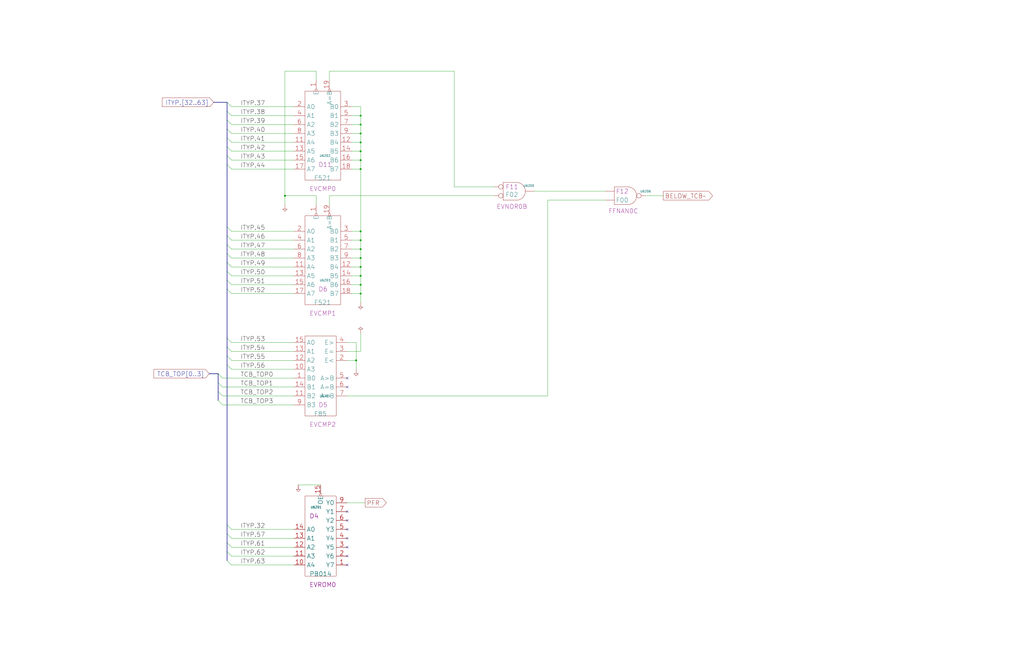
<source format=kicad_sch>
(kicad_sch (version 20230121) (generator eeschema)
  (paper "User" 584.2 378.46)
  (title_block (title "CONDITIONS AND EVENTS\\nBELOW TCB DETECTION") (date "22-SEP-90") (rev "2.0") (comment 1 "IOC") (comment 2 "232-003061") (comment 3 "S400") (comment 4 "RELEASED"))
  (lib_symbols
    (symbol "r1000:F00" (pin_numbers hide) (pin_names hide)
      (property "Reference" "U" (at 15.24 0 0))
      (property "Value" "F00" (at 1.905 -5.08 0))
      (property "Location" "___" (at 1.905 0 0))
      (property "Name" "______" (at 2.54 -12.7 0))
      (symbol "F00_0_1"
        (polyline (pts (xy -2.54 -7.62) (xy 5.08 -7.62)) (stroke (width 0.1524)))
        (polyline (pts (xy -2.54 2.54) (xy -2.54 -7.62)) (stroke (width 0.1524)))
        (polyline (pts (xy -2.54 2.54) (xy 5.08 2.54)) (stroke (width 0.1524)))
        (arc (start 5.08 -7.62) (mid 10.1282 -2.54) (end 5.08 2.54) (stroke (width 0.1524)))
        (circle (center 11.43 -2.54) (radius 1.27) (stroke (width 0.1524)))
      )
      (symbol "F00_0_2"
        (circle (center -3.81 -5.08) (radius 1.27) (stroke (width 0.1524)))
        (circle (center -3.81 0) (radius 1.27) (stroke (width 0.1524)))
        (arc (start -3.175 -7.62) (mid -2.134 -2.54) (end -3.175 2.54) (stroke (width 0.1524)))
        (polyline (pts (xy -3.175 -7.62) (xy 3.81 -7.62)) (stroke (width 0.1524)))
        (polyline (pts (xy -3.175 2.54) (xy 3.81 2.54)) (stroke (width 0.1524)))
        (arc (start 3.81 -7.62) (mid 7.5855 -5.8306) (end 10.16 -2.54) (stroke (width 0.1524)))
        (arc (start 10.16 -2.54) (mid 7.5827 0.7471) (end 3.81 2.54) (stroke (width 0.1524)))
      )
      (symbol "F00_1_1"
        (pin input line (at -7.62 0 0) (length 5.08) (name "D0") (number "1"))
        (pin input line (at -7.62 -5.08 0) (length 5.08) (name "D1") (number "2"))
        (pin output line (at 15.24 -2.54 180) (length 2.54) (name "Q") (number "3"))
      )
      (symbol "F00_1_2"
        (pin input line (at -7.62 0 0) (length 2.54) (name "D0") (number "1"))
        (pin input line (at -7.62 -5.08 0) (length 2.54) (name "D1") (number "2"))
        (pin output line (at 15.24 -2.54 180) (length 5.08) (name "Q") (number "3"))
      )
    )
    (symbol "r1000:F02" (pin_numbers hide) (pin_names hide)
      (property "Reference" "U" (at 12.16 0.635 0))
      (property "Value" "F02" (at -1.27 -4.445 0))
      (property "Location" "___" (at 2.54 0 0))
      (property "Name" "______" (at 2.54 -12.7 0))
      (symbol "F02_0_1"
        (arc (start -3.81 -7.62) (mid -2.9847 -2.54) (end -3.81 2.54) (stroke (width 0.1524)))
        (polyline (pts (xy -5.08 -5.08) (xy -3.175 -5.08)) (stroke (width 0.1524)))
        (polyline (pts (xy -5.08 0) (xy -3.175 0)) (stroke (width 0.1524)))
        (polyline (pts (xy -3.81 -7.62) (xy 2.54 -7.62)) (stroke (width 0.1524)))
        (polyline (pts (xy -3.81 2.54) (xy 2.54 2.54)) (stroke (width 0.1524)))
        (polyline (pts (xy 13.97 -2.54) (xy 12.7 -2.54)) (stroke (width 0.1524)))
        (arc (start 2.54 -7.62) (mid 6.9515 -5.9823) (end 10.16 -2.54) (stroke (width 0.1524)))
        (arc (start 10.16 -2.54) (mid 6.9478 0.8966) (end 2.54 2.54) (stroke (width 0.1524)))
        (circle (center 11.43 -2.54) (radius 1.27) (stroke (width 0.1524)))
      )
      (symbol "F02_0_2"
        (circle (center -3.81 -5.08) (radius 1.27) (stroke (width 0.1524)))
        (circle (center -3.81 0) (radius 1.27) (stroke (width 0.1524)))
        (polyline (pts (xy -2.54 -7.62) (xy 5.08 -7.62)) (stroke (width 0.1524)))
        (polyline (pts (xy -2.54 2.54) (xy -2.54 -7.62)) (stroke (width 0.1524)))
        (polyline (pts (xy -2.54 2.54) (xy 5.08 2.54)) (stroke (width 0.1524)))
        (polyline (pts (xy 11.43 -2.54) (xy 10.16 -2.54)) (stroke (width 0.1524)))
        (polyline (pts (xy 11.43 -2.54) (xy 12.7 -2.54)) (stroke (width 0.1524)))
        (arc (start 5.08 -7.62) (mid 10.1282 -2.54) (end 5.08 2.54) (stroke (width 0.1524)))
      )
      (symbol "F02_1_1"
        (pin input line (at -7.62 0 0) (length 2.54) (name "D0") (number "1"))
        (pin input line (at -7.62 -5.08 0) (length 2.54) (name "D1") (number "2"))
        (pin output line (at 15.24 -2.54 180) (length 1.27) (name "Q") (number "3"))
      )
      (symbol "F02_1_2"
        (pin input line (at -7.62 0 0) (length 2.54) (name "D0") (number "1"))
        (pin input line (at -7.62 -5.08 0) (length 2.54) (name "D1") (number "2"))
        (pin output line (at 15.24 -2.54 180) (length 2.54) (name "Q") (number "3"))
      )
    )
    (symbol "r1000:F521" (pin_names (offset 1.016))
      (property "Reference" "U" (at 2.54 5.08 0))
      (property "Value" "F521" (at -3.81 -7.62 0))
      (property "Location" "___" (at -1.27 0 0))
      (property "Name" "______" (at 1.27 -15.24 0))
      (symbol "F521_1_1"
        (rectangle (start -8.89 41.91) (end 11.43 -8.89))
        (circle (center -2.54 42.545) (radius 0.635))
        (circle (center 5.08 42.545) (radius 0.635))
        (pin input line (at -2.54 48.26 270) (length 5.08) (name "E") (number "1"))
        (pin input line (at -15.24 12.7 0) (length 6.35) (name "A4") (number "11"))
        (pin input line (at 17.78 12.7 180) (length 6.35) (name "B4") (number "12"))
        (pin input line (at -15.24 7.62 0) (length 6.35) (name "A5") (number "13"))
        (pin input line (at 17.78 7.62 180) (length 6.35) (name "B5") (number "14"))
        (pin input line (at -15.24 2.54 0) (length 6.35) (name "A6") (number "15"))
        (pin input line (at 17.78 2.54 180) (length 6.35) (name "B6") (number "16"))
        (pin input line (at -15.24 -2.54 0) (length 6.35) (name "A7") (number "17"))
        (pin input line (at 17.78 -2.54 180) (length 6.35) (name "B7") (number "18"))
        (pin output line (at 5.08 48.26 270) (length 5.08) (name "A=B") (number "19"))
        (pin input line (at -15.24 33.02 0) (length 6.35) (name "A0") (number "2"))
        (pin input line (at 17.78 33.02 180) (length 6.35) (name "B0") (number "3"))
        (pin input line (at -15.24 27.94 0) (length 6.35) (name "A1") (number "4"))
        (pin input line (at 17.78 27.94 180) (length 6.35) (name "B1") (number "5"))
        (pin input line (at -15.24 22.86 0) (length 6.35) (name "A2") (number "6"))
        (pin input line (at 17.78 22.86 180) (length 6.35) (name "B2") (number "7"))
        (pin input line (at -15.24 17.78 0) (length 6.35) (name "A3") (number "8"))
        (pin input line (at 17.78 17.78 180) (length 6.35) (name "B3") (number "9"))
      )
    )
    (symbol "r1000:F85" (pin_names (offset 1.016))
      (property "Reference" "U" (at 2.54 5.08 0))
      (property "Value" "F85" (at -3.81 -5.08 0))
      (property "Location" "___" (at -1.27 0 0))
      (property "Name" "______" (at 1.27 -12.7 0))
      (symbol "F85_1_1"
        (rectangle (start -8.89 39.37) (end 8.89 -6.35))
        (pin input line (at -15.24 15.24 0) (length 6.35) (name "B0") (number "1"))
        (pin input line (at -15.24 20.32 0) (length 6.35) (name "A3") (number "10"))
        (pin input line (at -15.24 5.08 0) (length 6.35) (name "B2") (number "11"))
        (pin input line (at -15.24 25.4 0) (length 6.35) (name "A2") (number "12"))
        (pin input line (at -15.24 30.48 0) (length 6.35) (name "A1") (number "13"))
        (pin input line (at -15.24 10.16 0) (length 6.35) (name "B1") (number "14"))
        (pin input line (at -15.24 35.56 0) (length 6.35) (name "A0") (number "15"))
        (pin input line (at 15.24 25.4 180) (length 6.35) (name "E<") (number "2"))
        (pin input line (at 15.24 30.48 180) (length 6.35) (name "E=") (number "3"))
        (pin input line (at 15.24 35.56 180) (length 6.35) (name "E>") (number "4"))
        (pin output line (at 15.24 15.24 180) (length 6.35) (name "A>B") (number "5"))
        (pin output line (at 15.24 10.16 180) (length 6.35) (name "A=B") (number "6"))
        (pin output line (at 15.24 5.08 180) (length 6.35) (name "A<B") (number "7"))
        (pin input line (at -15.24 0 0) (length 6.35) (name "B3") (number "9"))
      )
    )
    (symbol "r1000:PBxxx" (pin_names (offset 1.016))
      (property "Reference" "U" (at 2.54 5.08 0))
      (property "Value" "PBxxx" (at -1.27 -33.02 0))
      (property "Location" "___" (at -1.27 0 0))
      (property "Name" "______" (at 6.35 -40.64 0))
      (symbol "PBxxx_1_1"
        (rectangle (start -3.81 11.43) (end 13.97 -34.29))
        (circle (center 5.08 12.065) (radius 0.635))
        (pin tri_state line (at 20.32 -27.94 180) (length 6.35) (name "Y7") (number "1"))
        (pin input line (at -10.16 -27.94 0) (length 6.35) (name "A4") (number "10"))
        (pin input line (at -10.16 -22.86 0) (length 6.35) (name "A3") (number "11"))
        (pin input line (at -10.16 -17.78 0) (length 6.35) (name "A2") (number "12"))
        (pin input line (at -10.16 -12.7 0) (length 6.35) (name "A1") (number "13"))
        (pin input line (at -10.16 -7.62 0) (length 6.35) (name "A0") (number "14"))
        (pin input line (at 5.08 17.78 270) (length 5.08) (name "OE") (number "15"))
        (pin tri_state line (at 20.32 -22.86 180) (length 6.35) (name "Y6") (number "2"))
        (pin tri_state line (at 20.32 -17.78 180) (length 6.35) (name "Y5") (number "3"))
        (pin tri_state line (at 20.32 -12.7 180) (length 6.35) (name "Y4") (number "4"))
        (pin tri_state line (at 20.32 -7.62 180) (length 6.35) (name "Y3") (number "5"))
        (pin tri_state line (at 20.32 -2.54 180) (length 6.35) (name "Y2") (number "6"))
        (pin tri_state line (at 20.32 2.54 180) (length 6.35) (name "Y1") (number "7"))
        (pin tri_state line (at 20.32 7.62 180) (length 6.35) (name "Y0") (number "9"))
      )
    )
    (symbol "r1000:PD" (power) (pin_numbers hide) (pin_names hide) (in_bom no)
      (symbol "PD_0_1"
        (polyline (pts (xy 0 -2.54) (xy 1.27 -2.54) (xy 0 -3.81) (xy -1.27 -2.54) (xy 0 -2.54)) (stroke (width 0.1524)))
      )
      (symbol "PD_1_1"
        (pin power_in line (at 0 0 270) (length 2.54) (name "PD") (number "1"))
      )
    )
    (symbol "r1000:PU" (power) (pin_numbers hide) (pin_names hide)
      (symbol "PU_0_1"
        (polyline (pts (xy 0 2.54) (xy -1.27 2.54) (xy 0 3.81) (xy 1.27 2.54) (xy 0 2.54)) (stroke (width 0.1524)))
      )
      (symbol "PU_1_1"
        (pin power_in line (at 0 0 90) (length 2.54) (name "PU") (number "1"))
      )
    )
  )
  (junction (at 205.74 142.24))
  (junction (at 162.56 111.76))
  (junction (at 205.74 81.28))
  (junction (at 205.74 147.32))
  (junction (at 205.74 157.48))
  (junction (at 205.74 162.56))
  (junction (at 205.74 71.12))
  (junction (at 205.74 132.08))
  (junction (at 205.74 76.2))
  (junction (at 205.74 96.52))
  (junction (at 203.2 205.74))
  (junction (at 205.74 86.36))
  (junction (at 205.74 152.4))
  (junction (at 205.74 91.44))
  (junction (at 205.74 137.16))
  (junction (at 205.74 66.04))
  (junction (at 205.74 167.64))
  (no_connect (at 198.12 215.9))
  (no_connect (at 198.12 220.98))
  (no_connect (at 198.12 302.26))
  (no_connect (at 198.12 307.34))
  (no_connect (at 198.12 317.5))
  (no_connect (at 198.12 312.42))
  (no_connect (at 198.12 297.18))
  (no_connect (at 198.12 292.1))
  (no_connect (at 198.12 322.58))
  (bus_entry (at 129.54 144.78) (size 2.54 2.54))
  (bus_entry (at 129.54 309.88) (size 2.54 2.54))
  (bus_entry (at 129.54 78.74) (size 2.54 2.54))
  (bus_entry (at 129.54 73.66) (size 2.54 2.54))
  (bus_entry (at 124.46 228.6) (size 2.54 2.54))
  (bus_entry (at 129.54 193.04) (size 2.54 2.54))
  (bus_entry (at 129.54 160.02) (size 2.54 2.54))
  (bus_entry (at 129.54 320.04) (size 2.54 2.54))
  (bus_entry (at 129.54 63.5) (size 2.54 2.54))
  (bus_entry (at 129.54 149.86) (size 2.54 2.54))
  (bus_entry (at 129.54 93.98) (size 2.54 2.54))
  (bus_entry (at 129.54 203.2) (size 2.54 2.54))
  (bus_entry (at 129.54 314.96) (size 2.54 2.54))
  (bus_entry (at 129.54 139.7) (size 2.54 2.54))
  (bus_entry (at 124.46 223.52) (size 2.54 2.54))
  (bus_entry (at 124.46 213.36) (size 2.54 2.54))
  (bus_entry (at 129.54 208.28) (size 2.54 2.54))
  (bus_entry (at 129.54 129.54) (size 2.54 2.54))
  (bus_entry (at 129.54 198.12) (size 2.54 2.54))
  (bus_entry (at 129.54 134.62) (size 2.54 2.54))
  (bus_entry (at 129.54 58.42) (size 2.54 2.54))
  (bus_entry (at 129.54 83.82) (size 2.54 2.54))
  (bus_entry (at 129.54 299.72) (size 2.54 2.54))
  (bus_entry (at 129.54 165.1) (size 2.54 2.54))
  (bus_entry (at 129.54 304.8) (size 2.54 2.54))
  (bus_entry (at 129.54 154.94) (size 2.54 2.54))
  (bus_entry (at 124.46 218.44) (size 2.54 2.54))
  (bus_entry (at 129.54 68.58) (size 2.54 2.54))
  (bus_entry (at 129.54 88.9) (size 2.54 2.54))
  (wire (pts (xy 200.66 132.08) (xy 205.74 132.08)))
  (wire (pts (xy 132.08 317.5) (xy 167.64 317.5)))
  (wire (pts (xy 345.44 114.3) (xy 312.42 114.3)))
  (bus (pts (xy 129.54 144.78) (xy 129.54 149.86)))
  (wire (pts (xy 132.08 152.4) (xy 167.64 152.4)))
  (wire (pts (xy 205.74 200.66) (xy 205.74 190.5)))
  (bus (pts (xy 119.38 213.36) (xy 124.46 213.36)))
  (bus (pts (xy 129.54 149.86) (xy 129.54 154.94)))
  (wire (pts (xy 187.96 40.64) (xy 259.08 40.64)))
  (wire (pts (xy 259.08 40.64) (xy 259.08 106.68)))
  (wire (pts (xy 205.74 152.4) (xy 205.74 157.48)))
  (wire (pts (xy 205.74 76.2) (xy 205.74 81.28)))
  (wire (pts (xy 132.08 312.42) (xy 167.64 312.42)))
  (wire (pts (xy 200.66 137.16) (xy 205.74 137.16)))
  (wire (pts (xy 132.08 76.2) (xy 167.64 76.2)))
  (wire (pts (xy 304.8 109.22) (xy 345.44 109.22)))
  (bus (pts (xy 129.54 208.28) (xy 129.54 299.72)))
  (wire (pts (xy 205.74 162.56) (xy 205.74 167.64)))
  (wire (pts (xy 205.74 132.08) (xy 205.74 137.16)))
  (wire (pts (xy 132.08 66.04) (xy 167.64 66.04)))
  (wire (pts (xy 198.12 287.02) (xy 208.28 287.02)))
  (bus (pts (xy 121.92 58.42) (xy 129.54 58.42)))
  (wire (pts (xy 200.66 60.96) (xy 205.74 60.96)))
  (wire (pts (xy 132.08 81.28) (xy 167.64 81.28)))
  (wire (pts (xy 180.34 40.64) (xy 162.56 40.64)))
  (wire (pts (xy 127 231.14) (xy 167.64 231.14)))
  (wire (pts (xy 132.08 302.26) (xy 167.64 302.26)))
  (wire (pts (xy 132.08 195.58) (xy 167.64 195.58)))
  (wire (pts (xy 200.66 96.52) (xy 205.74 96.52)))
  (bus (pts (xy 129.54 160.02) (xy 129.54 165.1)))
  (wire (pts (xy 132.08 60.96) (xy 167.64 60.96)))
  (wire (pts (xy 132.08 162.56) (xy 167.64 162.56)))
  (wire (pts (xy 205.74 60.96) (xy 205.74 66.04)))
  (bus (pts (xy 129.54 139.7) (xy 129.54 144.78)))
  (wire (pts (xy 198.12 195.58) (xy 203.2 195.58)))
  (bus (pts (xy 129.54 309.88) (xy 129.54 314.96)))
  (wire (pts (xy 187.96 116.84) (xy 187.96 111.76)))
  (wire (pts (xy 200.66 76.2) (xy 205.74 76.2)))
  (bus (pts (xy 124.46 223.52) (xy 124.46 228.6)))
  (wire (pts (xy 132.08 200.66) (xy 167.64 200.66)))
  (wire (pts (xy 205.74 147.32) (xy 205.74 152.4)))
  (wire (pts (xy 200.66 157.48) (xy 205.74 157.48)))
  (bus (pts (xy 129.54 68.58) (xy 129.54 73.66)))
  (wire (pts (xy 187.96 111.76) (xy 281.94 111.76)))
  (wire (pts (xy 170.18 276.86) (xy 182.88 276.86)))
  (wire (pts (xy 205.74 142.24) (xy 205.74 147.32)))
  (wire (pts (xy 200.66 147.32) (xy 205.74 147.32)))
  (wire (pts (xy 132.08 167.64) (xy 167.64 167.64)))
  (wire (pts (xy 205.74 167.64) (xy 205.74 172.72)))
  (bus (pts (xy 124.46 213.36) (xy 124.46 218.44)))
  (wire (pts (xy 312.42 114.3) (xy 312.42 226.06)))
  (bus (pts (xy 129.54 193.04) (xy 129.54 198.12)))
  (wire (pts (xy 180.34 116.84) (xy 180.34 111.76)))
  (wire (pts (xy 162.56 111.76) (xy 162.56 116.84)))
  (wire (pts (xy 132.08 86.36) (xy 167.64 86.36)))
  (wire (pts (xy 200.66 86.36) (xy 205.74 86.36)))
  (wire (pts (xy 132.08 210.82) (xy 167.64 210.82)))
  (bus (pts (xy 129.54 134.62) (xy 129.54 139.7)))
  (bus (pts (xy 129.54 198.12) (xy 129.54 203.2)))
  (wire (pts (xy 205.74 96.52) (xy 205.74 132.08)))
  (wire (pts (xy 132.08 205.74) (xy 167.64 205.74)))
  (wire (pts (xy 127 226.06) (xy 167.64 226.06)))
  (bus (pts (xy 129.54 73.66) (xy 129.54 78.74)))
  (wire (pts (xy 205.74 137.16) (xy 205.74 142.24)))
  (wire (pts (xy 180.34 111.76) (xy 162.56 111.76)))
  (bus (pts (xy 129.54 165.1) (xy 129.54 193.04)))
  (wire (pts (xy 198.12 205.74) (xy 203.2 205.74)))
  (wire (pts (xy 200.66 81.28) (xy 205.74 81.28)))
  (bus (pts (xy 129.54 299.72) (xy 129.54 304.8)))
  (bus (pts (xy 129.54 154.94) (xy 129.54 160.02)))
  (bus (pts (xy 129.54 78.74) (xy 129.54 83.82)))
  (wire (pts (xy 132.08 322.58) (xy 167.64 322.58)))
  (wire (pts (xy 132.08 91.44) (xy 167.64 91.44)))
  (wire (pts (xy 200.66 71.12) (xy 205.74 71.12)))
  (wire (pts (xy 205.74 66.04) (xy 205.74 71.12)))
  (wire (pts (xy 198.12 200.66) (xy 205.74 200.66)))
  (wire (pts (xy 205.74 157.48) (xy 205.74 162.56)))
  (bus (pts (xy 129.54 63.5) (xy 129.54 68.58)))
  (wire (pts (xy 132.08 142.24) (xy 167.64 142.24)))
  (bus (pts (xy 124.46 218.44) (xy 124.46 223.52)))
  (wire (pts (xy 132.08 96.52) (xy 167.64 96.52)))
  (wire (pts (xy 205.74 91.44) (xy 205.74 96.52)))
  (bus (pts (xy 129.54 88.9) (xy 129.54 93.98)))
  (wire (pts (xy 180.34 45.72) (xy 180.34 40.64)))
  (wire (pts (xy 259.08 106.68) (xy 281.94 106.68)))
  (wire (pts (xy 200.66 91.44) (xy 205.74 91.44)))
  (wire (pts (xy 203.2 205.74) (xy 203.2 210.82)))
  (wire (pts (xy 200.66 152.4) (xy 205.74 152.4)))
  (wire (pts (xy 127 220.98) (xy 167.64 220.98)))
  (wire (pts (xy 132.08 71.12) (xy 167.64 71.12)))
  (wire (pts (xy 132.08 132.08) (xy 167.64 132.08)))
  (wire (pts (xy 205.74 81.28) (xy 205.74 86.36)))
  (wire (pts (xy 200.66 167.64) (xy 205.74 167.64)))
  (bus (pts (xy 129.54 93.98) (xy 129.54 129.54)))
  (wire (pts (xy 162.56 40.64) (xy 162.56 111.76)))
  (wire (pts (xy 132.08 137.16) (xy 167.64 137.16)))
  (wire (pts (xy 368.3 111.76) (xy 378.46 111.76)))
  (bus (pts (xy 129.54 304.8) (xy 129.54 309.88)))
  (bus (pts (xy 129.54 129.54) (xy 129.54 134.62)))
  (bus (pts (xy 129.54 203.2) (xy 129.54 208.28)))
  (wire (pts (xy 187.96 45.72) (xy 187.96 40.64)))
  (bus (pts (xy 129.54 83.82) (xy 129.54 88.9)))
  (wire (pts (xy 200.66 142.24) (xy 205.74 142.24)))
  (wire (pts (xy 132.08 307.34) (xy 167.64 307.34)))
  (bus (pts (xy 129.54 314.96) (xy 129.54 320.04)))
  (wire (pts (xy 132.08 147.32) (xy 167.64 147.32)))
  (wire (pts (xy 200.66 66.04) (xy 205.74 66.04)))
  (wire (pts (xy 132.08 157.48) (xy 167.64 157.48)))
  (wire (pts (xy 127 215.9) (xy 167.64 215.9)))
  (wire (pts (xy 205.74 86.36) (xy 205.74 91.44)))
  (wire (pts (xy 205.74 71.12) (xy 205.74 76.2)))
  (bus (pts (xy 129.54 58.42) (xy 129.54 63.5)))
  (wire (pts (xy 200.66 162.56) (xy 205.74 162.56)))
  (wire (pts (xy 312.42 226.06) (xy 198.12 226.06)))
  (wire (pts (xy 203.2 195.58) (xy 203.2 205.74)))
  (label "TCB_TOP2" (at 137.16 226.06 0) (effects (font (size 2.54 2.54))))
  (label "ITYP.41" (at 137.16 81.28 0) (effects (font (size 2.54 2.54))))
  (label "TCB_TOP1" (at 137.16 220.98 0) (effects (font (size 2.54 2.54))))
  (label "ITYP.61" (at 137.16 312.42 0) (effects (font (size 2.54 2.54))))
  (label "ITYP.43" (at 137.16 91.44 0) (effects (font (size 2.54 2.54))))
  (label "ITYP.63" (at 137.16 322.58 0) (effects (font (size 2.54 2.54))))
  (label "ITYP.39" (at 137.16 71.12 0) (effects (font (size 2.54 2.54))))
  (label "ITYP.49" (at 137.16 152.4 0) (effects (font (size 2.54 2.54))))
  (label "TCB_TOP3" (at 137.16 231.14 0) (effects (font (size 2.54 2.54))))
  (label "ITYP.54" (at 137.16 200.66 0) (effects (font (size 2.54 2.54))))
  (label "ITYP.56" (at 137.16 210.82 0) (effects (font (size 2.54 2.54))))
  (label "ITYP.62" (at 137.16 317.5 0) (effects (font (size 2.54 2.54))))
  (label "ITYP.38" (at 137.16 66.04 0) (effects (font (size 2.54 2.54))))
  (label "ITYP.48" (at 137.16 147.32 0) (effects (font (size 2.54 2.54))))
  (label "ITYP.47" (at 137.16 142.24 0) (effects (font (size 2.54 2.54))))
  (label "ITYP.46" (at 137.16 137.16 0) (effects (font (size 2.54 2.54))))
  (label "ITYP.37" (at 137.16 60.96 0) (effects (font (size 2.54 2.54))))
  (label "ITYP.52" (at 137.16 167.64 0) (effects (font (size 2.54 2.54))))
  (label "ITYP.32" (at 137.16 302.26 0) (effects (font (size 2.54 2.54))))
  (label "ITYP.50" (at 137.16 157.48 0) (effects (font (size 2.54 2.54))))
  (label "ITYP.57" (at 137.16 307.34 0) (effects (font (size 2.54 2.54))))
  (label "ITYP.45" (at 137.16 132.08 0) (effects (font (size 2.54 2.54))))
  (label "ITYP.42" (at 137.16 86.36 0) (effects (font (size 2.54 2.54))))
  (label "ITYP.53" (at 137.16 195.58 0) (effects (font (size 2.54 2.54))))
  (label "ITYP.55" (at 137.16 205.74 0) (effects (font (size 2.54 2.54))))
  (label "ITYP.51" (at 137.16 162.56 0) (effects (font (size 2.54 2.54))))
  (label "ITYP.40" (at 137.16 76.2 0) (effects (font (size 2.54 2.54))))
  (label "TCB_TOP0" (at 137.16 215.9 0) (effects (font (size 2.54 2.54))))
  (label "ITYP.44" (at 137.16 96.52 0) (effects (font (size 2.54 2.54))))
  (global_label "ITYP.[32..63]" (shape input) (at 121.92 58.42 180) (effects (font (size 2.54 2.54))) (property "Intersheetrefs" "${INTERSHEET_REFS}" (at 92.5407 58.2613 0) (effects (font (size 1.905 1.905)) (justify right))))
  (global_label "BELOW_TCB~" (shape output) (at 378.46 111.76 0) (effects (font (size 2.54 2.54))) (property "Intersheetrefs" "${INTERSHEET_REFS}" (at 406.5089 111.6013 0) (effects (font (size 1.905 1.905)) (justify left))))
  (global_label "PFR" (shape output) (at 208.28 287.02 0) (effects (font (size 2.54 2.54))) (property "Intersheetrefs" "${INTERSHEET_REFS}" (at 220.3631 286.8613 0) (effects (font (size 1.905 1.905)) (justify left))))
  (global_label "TCB_TOP[0..3]" (shape input) (at 119.38 213.36 180) (effects (font (size 2.54 2.54))) (property "Intersheetrefs" "${INTERSHEET_REFS}" (at 87.8235 213.2013 0) (effects (font (size 1.905 1.905)) (justify right))))
  (symbol (lib_id "r1000:PD") (at 205.74 172.72 0) (unit 1) (in_bom no)
    (property "Reference" "#PWR06204" (effects hide))
    (property "Value" "PD" (effects hide))
  )
  (symbol (lib_id "r1000:PBxxx") (at 177.8 294.64 0) (unit 1)
    (property "Reference" "U6201" (at 180.34 289.56 0))
    (property "Value" "PB014" (at 176.53 327.66 0) (effects (font (size 2.54 2.54)) (justify left)))
    (property "Location" "D4" (at 176.53 294.64 0) (effects (font (size 2.54 2.54)) (justify left)))
    (property "Name" "EVROM0" (at 184.15 335.28 0) (effects (font (size 2.54 2.54)) (justify bottom)))
  )
  (symbol (lib_id "r1000:F02") (at 289.56 106.68 0) (unit 1) (convert 2)
    (property "Reference" "U6205" (at 301.72 106.045 0))
    (property "Value" "F02" (at 288.29 111.125 0) (effects (font (size 2.54 2.54)) (justify left)))
    (property "Location" "F11" (at 292.1 106.68 0) (effects (font (size 2.54 2.54))))
    (property "Name" "EVNOR0B" (at 292.1 119.38 0) (effects (font (size 2.54 2.54)) (justify bottom)))
  )
  (symbol (lib_id "r1000:F521") (at 182.88 93.98 0) (unit 1)
    (property "Reference" "U6202" (at 185.42 88.9 0))
    (property "Value" "F521" (at 179.07 101.6 0) (effects (font (size 2.54 2.54)) (justify left)))
    (property "Location" "D11" (at 181.61 93.98 0) (effects (font (size 2.54 2.54)) (justify left)))
    (property "Name" "EVCMP0" (at 184.15 109.22 0) (effects (font (size 2.54 2.54)) (justify bottom)))
  )
  (symbol (lib_id "r1000:PU") (at 205.74 190.5 0) (unit 1)
    (property "Reference" "#PWR06205" (effects hide))
    (property "Value" "PU" (effects hide))
  )
  (symbol (lib_id "r1000:PD") (at 170.18 276.86 0) (unit 1) (in_bom no)
    (property "Reference" "#PWR06202" (effects hide))
    (property "Value" "PD" (effects hide))
  )
  (symbol (lib_id "r1000:F85") (at 182.88 231.14 0) (unit 1)
    (property "Reference" "U6204" (at 185.42 226.06 0))
    (property "Value" "F85" (at 179.07 236.22 0) (effects (font (size 2.54 2.54)) (justify left)))
    (property "Location" "D5" (at 181.61 231.14 0) (effects (font (size 2.54 2.54)) (justify left)))
    (property "Name" "EVCMP2" (at 184.15 243.84 0) (effects (font (size 2.54 2.54)) (justify bottom)))
  )
  (symbol (lib_id "r1000:PD") (at 203.2 210.82 0) (unit 1) (in_bom no)
    (property "Reference" "#PWR06203" (effects hide))
    (property "Value" "PD" (effects hide))
  )
  (symbol (lib_id "r1000:PD") (at 162.56 116.84 0) (unit 1) (in_bom no)
    (property "Reference" "#PWR06201" (effects hide))
    (property "Value" "PD" (effects hide))
  )
  (symbol (lib_id "r1000:F521") (at 182.88 165.1 0) (unit 1)
    (property "Reference" "U6203" (at 185.42 160.02 0))
    (property "Value" "F521" (at 179.07 172.72 0) (effects (font (size 2.54 2.54)) (justify left)))
    (property "Location" "D6" (at 181.61 165.1 0) (effects (font (size 2.54 2.54)) (justify left)))
    (property "Name" "EVCMP1" (at 184.15 180.34 0) (effects (font (size 2.54 2.54)) (justify bottom)))
  )
  (symbol (lib_id "r1000:F00") (at 353.06 109.22 0) (unit 1)
    (property "Reference" "U6206" (at 368.3 109.22 0))
    (property "Value" "F00" (at 354.965 114.3 0) (effects (font (size 2.54 2.54))))
    (property "Location" "F12" (at 354.965 109.22 0) (effects (font (size 2.54 2.54))))
    (property "Name" "FFNAN0C" (at 355.6 121.92 0) (effects (font (size 2.54 2.54)) (justify bottom)))
  )
)
</source>
